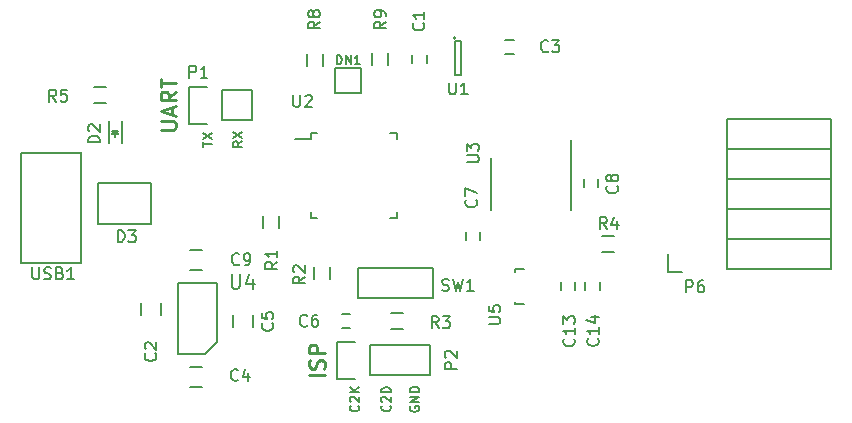
<source format=gto>
G04 #@! TF.FileFunction,Legend,Top*
%FSLAX46Y46*%
G04 Gerber Fmt 4.6, Leading zero omitted, Abs format (unit mm)*
G04 Created by KiCad (PCBNEW 4.0.2-stable) date 7/3/2016 12:03:50 AM*
%MOMM*%
G01*
G04 APERTURE LIST*
%ADD10C,0.100000*%
%ADD11C,0.180000*%
%ADD12C,0.250000*%
%ADD13C,0.150000*%
G04 APERTURE END LIST*
D10*
D11*
X66498905Y-68451333D02*
X66117952Y-68718000D01*
X66498905Y-68908476D02*
X65698905Y-68908476D01*
X65698905Y-68603714D01*
X65737000Y-68527523D01*
X65775095Y-68489428D01*
X65851286Y-68451333D01*
X65965571Y-68451333D01*
X66041762Y-68489428D01*
X66079857Y-68527523D01*
X66117952Y-68603714D01*
X66117952Y-68908476D01*
X65698905Y-68184666D02*
X66498905Y-67651333D01*
X65698905Y-67651333D02*
X66498905Y-68184666D01*
X63158905Y-68927524D02*
X63158905Y-68470381D01*
X63958905Y-68698952D02*
X63158905Y-68698952D01*
X63158905Y-68279904D02*
X63958905Y-67746571D01*
X63158905Y-67746571D02*
X63958905Y-68279904D01*
D12*
X59583095Y-67470809D02*
X60635476Y-67470809D01*
X60759286Y-67408904D01*
X60821190Y-67347000D01*
X60883095Y-67223190D01*
X60883095Y-66975571D01*
X60821190Y-66851762D01*
X60759286Y-66789857D01*
X60635476Y-66727952D01*
X59583095Y-66727952D01*
X60511667Y-66170809D02*
X60511667Y-65551761D01*
X60883095Y-66294618D02*
X59583095Y-65861285D01*
X60883095Y-65427952D01*
X60883095Y-64251761D02*
X60264048Y-64685094D01*
X60883095Y-64994618D02*
X59583095Y-64994618D01*
X59583095Y-64499380D01*
X59645000Y-64375571D01*
X59706905Y-64313666D01*
X59830714Y-64251761D01*
X60016429Y-64251761D01*
X60140238Y-64313666D01*
X60202143Y-64375571D01*
X60264048Y-64499380D01*
X60264048Y-64994618D01*
X59583095Y-63880332D02*
X59583095Y-63137475D01*
X60883095Y-63508904D02*
X59583095Y-63508904D01*
X73456095Y-88256047D02*
X72156095Y-88256047D01*
X73394190Y-87698904D02*
X73456095Y-87513190D01*
X73456095Y-87203666D01*
X73394190Y-87079856D01*
X73332286Y-87017952D01*
X73208476Y-86956047D01*
X73084667Y-86956047D01*
X72960857Y-87017952D01*
X72898952Y-87079856D01*
X72837048Y-87203666D01*
X72775143Y-87451285D01*
X72713238Y-87575094D01*
X72651333Y-87636999D01*
X72527524Y-87698904D01*
X72403714Y-87698904D01*
X72279905Y-87636999D01*
X72218000Y-87575094D01*
X72156095Y-87451285D01*
X72156095Y-87141761D01*
X72218000Y-86956047D01*
X73456095Y-86398904D02*
X72156095Y-86398904D01*
X72156095Y-85903666D01*
X72218000Y-85779857D01*
X72279905Y-85717952D01*
X72403714Y-85656047D01*
X72589429Y-85656047D01*
X72713238Y-85717952D01*
X72775143Y-85779857D01*
X72837048Y-85903666D01*
X72837048Y-86398904D01*
D11*
X80723000Y-90898523D02*
X80684905Y-90974714D01*
X80684905Y-91088999D01*
X80723000Y-91203285D01*
X80799190Y-91279476D01*
X80875381Y-91317571D01*
X81027762Y-91355666D01*
X81142048Y-91355666D01*
X81294429Y-91317571D01*
X81370619Y-91279476D01*
X81446810Y-91203285D01*
X81484905Y-91088999D01*
X81484905Y-91012809D01*
X81446810Y-90898523D01*
X81408714Y-90860428D01*
X81142048Y-90860428D01*
X81142048Y-91012809D01*
X81484905Y-90517571D02*
X80684905Y-90517571D01*
X81484905Y-90060428D01*
X80684905Y-90060428D01*
X81484905Y-89679476D02*
X80684905Y-89679476D01*
X80684905Y-89489000D01*
X80723000Y-89374714D01*
X80799190Y-89298523D01*
X80875381Y-89260428D01*
X81027762Y-89222333D01*
X81142048Y-89222333D01*
X81294429Y-89260428D01*
X81370619Y-89298523D01*
X81446810Y-89374714D01*
X81484905Y-89489000D01*
X81484905Y-89679476D01*
X78995714Y-90822333D02*
X79033810Y-90860428D01*
X79071905Y-90974714D01*
X79071905Y-91050904D01*
X79033810Y-91165190D01*
X78957619Y-91241381D01*
X78881429Y-91279476D01*
X78729048Y-91317571D01*
X78614762Y-91317571D01*
X78462381Y-91279476D01*
X78386190Y-91241381D01*
X78310000Y-91165190D01*
X78271905Y-91050904D01*
X78271905Y-90974714D01*
X78310000Y-90860428D01*
X78348095Y-90822333D01*
X78348095Y-90517571D02*
X78310000Y-90479476D01*
X78271905Y-90403285D01*
X78271905Y-90212809D01*
X78310000Y-90136619D01*
X78348095Y-90098523D01*
X78424286Y-90060428D01*
X78500476Y-90060428D01*
X78614762Y-90098523D01*
X79071905Y-90555666D01*
X79071905Y-90060428D01*
X79071905Y-89717571D02*
X78271905Y-89717571D01*
X78271905Y-89527095D01*
X78310000Y-89412809D01*
X78386190Y-89336618D01*
X78462381Y-89298523D01*
X78614762Y-89260428D01*
X78729048Y-89260428D01*
X78881429Y-89298523D01*
X78957619Y-89336618D01*
X79033810Y-89412809D01*
X79071905Y-89527095D01*
X79071905Y-89717571D01*
X76328714Y-90822333D02*
X76366810Y-90860428D01*
X76404905Y-90974714D01*
X76404905Y-91050904D01*
X76366810Y-91165190D01*
X76290619Y-91241381D01*
X76214429Y-91279476D01*
X76062048Y-91317571D01*
X75947762Y-91317571D01*
X75795381Y-91279476D01*
X75719190Y-91241381D01*
X75643000Y-91165190D01*
X75604905Y-91050904D01*
X75604905Y-90974714D01*
X75643000Y-90860428D01*
X75681095Y-90822333D01*
X75681095Y-90517571D02*
X75643000Y-90479476D01*
X75604905Y-90403285D01*
X75604905Y-90212809D01*
X75643000Y-90136619D01*
X75681095Y-90098523D01*
X75757286Y-90060428D01*
X75833476Y-90060428D01*
X75947762Y-90098523D01*
X76404905Y-90555666D01*
X76404905Y-90060428D01*
X76404905Y-89717571D02*
X75604905Y-89717571D01*
X76404905Y-89260428D02*
X75947762Y-89603285D01*
X75604905Y-89260428D02*
X76062048Y-89717571D01*
D13*
X107515000Y-66570000D02*
X116345000Y-66570000D01*
X107515000Y-69110000D02*
X107515000Y-66570000D01*
X116345000Y-69110000D02*
X116345000Y-66570000D01*
X116345000Y-66570000D02*
X107515000Y-66570000D01*
X116345000Y-69110000D02*
X107515000Y-69110000D01*
X116345000Y-71650000D02*
X116345000Y-69110000D01*
X107515000Y-71650000D02*
X107515000Y-69110000D01*
X107515000Y-69110000D02*
X116345000Y-69110000D01*
X107515000Y-71650000D02*
X116345000Y-71650000D01*
X107515000Y-74190000D02*
X107515000Y-71650000D01*
X116345000Y-74190000D02*
X116345000Y-71650000D01*
X116345000Y-71650000D02*
X107515000Y-71650000D01*
X116345000Y-74190000D02*
X107515000Y-74190000D01*
X116345000Y-76730000D02*
X116345000Y-74190000D01*
X107515000Y-76730000D02*
X107515000Y-74190000D01*
X107515000Y-74190000D02*
X116345000Y-74190000D01*
X107515000Y-76730000D02*
X116345000Y-76730000D01*
X107515000Y-79270000D02*
X107515000Y-76730000D01*
X102555000Y-78000000D02*
X102555000Y-79550000D01*
X102555000Y-79550000D02*
X103705000Y-79550000D01*
X107515000Y-79270000D02*
X116345000Y-79270000D01*
X116345000Y-79270000D02*
X116345000Y-76730000D01*
X116345000Y-76730000D02*
X107515000Y-76730000D01*
X80904000Y-61810000D02*
X80904000Y-61110000D01*
X82104000Y-61110000D02*
X82104000Y-61810000D01*
X57921000Y-82169000D02*
X57921000Y-83169000D01*
X59621000Y-83169000D02*
X59621000Y-82169000D01*
X88774000Y-59844000D02*
X89474000Y-59844000D01*
X89474000Y-61044000D02*
X88774000Y-61044000D01*
X62081000Y-89234000D02*
X63081000Y-89234000D01*
X63081000Y-87534000D02*
X62081000Y-87534000D01*
X65668000Y-83185000D02*
X65668000Y-84185000D01*
X67368000Y-84185000D02*
X67368000Y-83185000D01*
X75631000Y-84285000D02*
X74931000Y-84285000D01*
X74931000Y-83085000D02*
X75631000Y-83085000D01*
X86612500Y-76096000D02*
X86612500Y-76796000D01*
X85412500Y-76796000D02*
X85412500Y-76096000D01*
X95407400Y-72300200D02*
X95407400Y-71600200D01*
X96607400Y-71600200D02*
X96607400Y-72300200D01*
X62081000Y-79328000D02*
X63081000Y-79328000D01*
X63081000Y-77628000D02*
X62081000Y-77628000D01*
X94677000Y-80375900D02*
X94677000Y-81075900D01*
X93477000Y-81075900D02*
X93477000Y-80375900D01*
X96747100Y-80375900D02*
X96747100Y-81075900D01*
X95547100Y-81075900D02*
X95547100Y-80375900D01*
X69606000Y-74803000D02*
X69606000Y-75803000D01*
X68256000Y-75803000D02*
X68256000Y-74803000D01*
X73911300Y-79121000D02*
X73911300Y-80121000D01*
X72561300Y-80121000D02*
X72561300Y-79121000D01*
X97929800Y-77844900D02*
X96929800Y-77844900D01*
X96929800Y-76494900D02*
X97929800Y-76494900D01*
X71939000Y-62087000D02*
X71939000Y-61087000D01*
X73289000Y-61087000D02*
X73289000Y-62087000D01*
X77463500Y-61972700D02*
X77463500Y-60972700D01*
X78813500Y-60972700D02*
X78813500Y-61972700D01*
X84563000Y-59699000D02*
G75*
G03X84563000Y-59699000I-100000J0D01*
G01*
X85013000Y-59949000D02*
X84513000Y-59949000D01*
X85013000Y-62849000D02*
X85013000Y-59949000D01*
X84513000Y-62849000D02*
X85013000Y-62849000D01*
X84513000Y-59949000D02*
X84513000Y-62849000D01*
X72316400Y-67715600D02*
X72316400Y-68240600D01*
X79566400Y-67715600D02*
X79566400Y-68240600D01*
X79566400Y-74965600D02*
X79566400Y-74440600D01*
X72316400Y-74965600D02*
X72316400Y-74440600D01*
X72316400Y-67715600D02*
X72841400Y-67715600D01*
X72316400Y-74965600D02*
X72841400Y-74965600D01*
X79566400Y-74965600D02*
X79041400Y-74965600D01*
X79566400Y-67715600D02*
X79041400Y-67715600D01*
X72316400Y-68240600D02*
X70941400Y-68240600D01*
X87565100Y-69852200D02*
X87565100Y-74302200D01*
X94315100Y-68327200D02*
X94315100Y-74302200D01*
X89616760Y-79464840D02*
X89616760Y-79513100D01*
X90317800Y-82263820D02*
X89616760Y-82263820D01*
X89616760Y-82263820D02*
X89616760Y-82014900D01*
X89616760Y-79464840D02*
X89616760Y-79264180D01*
X89616760Y-79264180D02*
X90317800Y-79264180D01*
X76512900Y-62234700D02*
X76512900Y-64381000D01*
X76512900Y-64381000D02*
X76487500Y-64368300D01*
X74315800Y-62234700D02*
X76525100Y-62234700D01*
X74315800Y-64381000D02*
X74315800Y-62260100D01*
X76487500Y-64381000D02*
X74303100Y-64381000D01*
X61970800Y-66959700D02*
X63520800Y-66959700D01*
X67330800Y-66679700D02*
X64790800Y-66679700D01*
X64790800Y-66679700D02*
X64790800Y-64139700D01*
X63520800Y-63859700D02*
X61970800Y-63859700D01*
X61970800Y-63859700D02*
X61970800Y-66959700D01*
X64790800Y-64139700D02*
X67330800Y-64139700D01*
X67330800Y-64139700D02*
X67330800Y-66679700D01*
X76043000Y-85437000D02*
X74493000Y-85437000D01*
X74493000Y-85437000D02*
X74493000Y-88537000D01*
X74493000Y-88537000D02*
X76043000Y-88537000D01*
X77313000Y-85717000D02*
X82393000Y-85717000D01*
X82393000Y-85717000D02*
X82393000Y-88257000D01*
X82393000Y-88257000D02*
X77313000Y-88257000D01*
X77313000Y-88257000D02*
X77313000Y-85717000D01*
X63353000Y-86431000D02*
X64353000Y-85431000D01*
X64353000Y-85431000D02*
X64353000Y-80431000D01*
X64353000Y-80431000D02*
X61063000Y-80431000D01*
X61063000Y-80431000D02*
X61063000Y-86431000D01*
X61063000Y-86431000D02*
X63353000Y-86431000D01*
X55173000Y-66710000D02*
X55173000Y-68610000D01*
X56273000Y-66710000D02*
X56273000Y-68610000D01*
X55723000Y-67610000D02*
X55723000Y-68060000D01*
X55973000Y-67560000D02*
X55473000Y-67560000D01*
X55723000Y-67560000D02*
X55973000Y-67810000D01*
X55973000Y-67810000D02*
X55473000Y-67810000D01*
X55473000Y-67810000D02*
X55723000Y-67560000D01*
X53953000Y-63833000D02*
X54953000Y-63833000D01*
X54953000Y-65183000D02*
X53953000Y-65183000D01*
X76258900Y-79214600D02*
X76258900Y-81754600D01*
X82608900Y-81627600D02*
X82608900Y-81754600D01*
X82608900Y-81754600D02*
X80957900Y-81754600D01*
X80957900Y-81754600D02*
X76258900Y-81754600D01*
X76258900Y-79214600D02*
X81592900Y-79214600D01*
X81592900Y-79214600D02*
X82608900Y-79214600D01*
X82608900Y-79214600D02*
X82608900Y-81500600D01*
X82608900Y-81500600D02*
X82608900Y-81627600D01*
X79099000Y-83010000D02*
X80099000Y-83010000D01*
X80099000Y-84360000D02*
X79099000Y-84360000D01*
X52815400Y-69391200D02*
X52815400Y-78700300D01*
X52396300Y-69403900D02*
X52790000Y-69403900D01*
X52828100Y-78725700D02*
X47773500Y-78725700D01*
X47773500Y-78725700D02*
X47773500Y-69480100D01*
X47798900Y-69403900D02*
X52497900Y-69403900D01*
X54315000Y-71950200D02*
X54315000Y-75442700D01*
X54365800Y-75468100D02*
X58798100Y-75468100D01*
X58798100Y-71975600D02*
X58798100Y-75468100D01*
X54315000Y-71962900D02*
X58747300Y-71962900D01*
X104085865Y-81232701D02*
X104085865Y-80232701D01*
X104466818Y-80232701D01*
X104562056Y-80280320D01*
X104609675Y-80327939D01*
X104657294Y-80423177D01*
X104657294Y-80566034D01*
X104609675Y-80661272D01*
X104562056Y-80708891D01*
X104466818Y-80756510D01*
X104085865Y-80756510D01*
X105514437Y-80232701D02*
X105323960Y-80232701D01*
X105228722Y-80280320D01*
X105181103Y-80327939D01*
X105085865Y-80470796D01*
X105038246Y-80661272D01*
X105038246Y-81042225D01*
X105085865Y-81137463D01*
X105133484Y-81185082D01*
X105228722Y-81232701D01*
X105419199Y-81232701D01*
X105514437Y-81185082D01*
X105562056Y-81137463D01*
X105609675Y-81042225D01*
X105609675Y-80804130D01*
X105562056Y-80708891D01*
X105514437Y-80661272D01*
X105419199Y-80613653D01*
X105228722Y-80613653D01*
X105133484Y-80661272D01*
X105085865Y-80708891D01*
X105038246Y-80804130D01*
X81823043Y-58436466D02*
X81870662Y-58484085D01*
X81918281Y-58626942D01*
X81918281Y-58722180D01*
X81870662Y-58865038D01*
X81775424Y-58960276D01*
X81680186Y-59007895D01*
X81489710Y-59055514D01*
X81346852Y-59055514D01*
X81156376Y-59007895D01*
X81061138Y-58960276D01*
X80965900Y-58865038D01*
X80918281Y-58722180D01*
X80918281Y-58626942D01*
X80965900Y-58484085D01*
X81013519Y-58436466D01*
X81918281Y-57484085D02*
X81918281Y-58055514D01*
X81918281Y-57769800D02*
X80918281Y-57769800D01*
X81061138Y-57865038D01*
X81156376Y-57960276D01*
X81203995Y-58055514D01*
X59128143Y-86411666D02*
X59175762Y-86459285D01*
X59223381Y-86602142D01*
X59223381Y-86697380D01*
X59175762Y-86840238D01*
X59080524Y-86935476D01*
X58985286Y-86983095D01*
X58794810Y-87030714D01*
X58651952Y-87030714D01*
X58461476Y-86983095D01*
X58366238Y-86935476D01*
X58271000Y-86840238D01*
X58223381Y-86697380D01*
X58223381Y-86602142D01*
X58271000Y-86459285D01*
X58318619Y-86411666D01*
X58318619Y-86030714D02*
X58271000Y-85983095D01*
X58223381Y-85887857D01*
X58223381Y-85649761D01*
X58271000Y-85554523D01*
X58318619Y-85506904D01*
X58413857Y-85459285D01*
X58509095Y-85459285D01*
X58651952Y-85506904D01*
X59223381Y-86078333D01*
X59223381Y-85459285D01*
X92386334Y-60801143D02*
X92338715Y-60848762D01*
X92195858Y-60896381D01*
X92100620Y-60896381D01*
X91957762Y-60848762D01*
X91862524Y-60753524D01*
X91814905Y-60658286D01*
X91767286Y-60467810D01*
X91767286Y-60324952D01*
X91814905Y-60134476D01*
X91862524Y-60039238D01*
X91957762Y-59944000D01*
X92100620Y-59896381D01*
X92195858Y-59896381D01*
X92338715Y-59944000D01*
X92386334Y-59991619D01*
X92719667Y-59896381D02*
X93338715Y-59896381D01*
X93005381Y-60277333D01*
X93148239Y-60277333D01*
X93243477Y-60324952D01*
X93291096Y-60372571D01*
X93338715Y-60467810D01*
X93338715Y-60705905D01*
X93291096Y-60801143D01*
X93243477Y-60848762D01*
X93148239Y-60896381D01*
X92862524Y-60896381D01*
X92767286Y-60848762D01*
X92719667Y-60801143D01*
X66135434Y-88639543D02*
X66087815Y-88687162D01*
X65944958Y-88734781D01*
X65849720Y-88734781D01*
X65706862Y-88687162D01*
X65611624Y-88591924D01*
X65564005Y-88496686D01*
X65516386Y-88306210D01*
X65516386Y-88163352D01*
X65564005Y-87972876D01*
X65611624Y-87877638D01*
X65706862Y-87782400D01*
X65849720Y-87734781D01*
X65944958Y-87734781D01*
X66087815Y-87782400D01*
X66135434Y-87830019D01*
X66992577Y-88068114D02*
X66992577Y-88734781D01*
X66754481Y-87687162D02*
X66516386Y-88401448D01*
X67135434Y-88401448D01*
X69034143Y-83851666D02*
X69081762Y-83899285D01*
X69129381Y-84042142D01*
X69129381Y-84137380D01*
X69081762Y-84280238D01*
X68986524Y-84375476D01*
X68891286Y-84423095D01*
X68700810Y-84470714D01*
X68557952Y-84470714D01*
X68367476Y-84423095D01*
X68272238Y-84375476D01*
X68177000Y-84280238D01*
X68129381Y-84137380D01*
X68129381Y-84042142D01*
X68177000Y-83899285D01*
X68224619Y-83851666D01*
X68129381Y-82946904D02*
X68129381Y-83423095D01*
X68605571Y-83470714D01*
X68557952Y-83423095D01*
X68510333Y-83327857D01*
X68510333Y-83089761D01*
X68557952Y-82994523D01*
X68605571Y-82946904D01*
X68700810Y-82899285D01*
X68938905Y-82899285D01*
X69034143Y-82946904D01*
X69081762Y-82994523D01*
X69129381Y-83089761D01*
X69129381Y-83327857D01*
X69081762Y-83423095D01*
X69034143Y-83470714D01*
X71990134Y-84042143D02*
X71942515Y-84089762D01*
X71799658Y-84137381D01*
X71704420Y-84137381D01*
X71561562Y-84089762D01*
X71466324Y-83994524D01*
X71418705Y-83899286D01*
X71371086Y-83708810D01*
X71371086Y-83565952D01*
X71418705Y-83375476D01*
X71466324Y-83280238D01*
X71561562Y-83185000D01*
X71704420Y-83137381D01*
X71799658Y-83137381D01*
X71942515Y-83185000D01*
X71990134Y-83232619D01*
X72847277Y-83137381D02*
X72656800Y-83137381D01*
X72561562Y-83185000D01*
X72513943Y-83232619D01*
X72418705Y-83375476D01*
X72371086Y-83565952D01*
X72371086Y-83946905D01*
X72418705Y-84042143D01*
X72466324Y-84089762D01*
X72561562Y-84137381D01*
X72752039Y-84137381D01*
X72847277Y-84089762D01*
X72894896Y-84042143D01*
X72942515Y-83946905D01*
X72942515Y-83708810D01*
X72894896Y-83613571D01*
X72847277Y-83565952D01*
X72752039Y-83518333D01*
X72561562Y-83518333D01*
X72466324Y-83565952D01*
X72418705Y-83613571D01*
X72371086Y-83708810D01*
X86280743Y-73412266D02*
X86328362Y-73459885D01*
X86375981Y-73602742D01*
X86375981Y-73697980D01*
X86328362Y-73840838D01*
X86233124Y-73936076D01*
X86137886Y-73983695D01*
X85947410Y-74031314D01*
X85804552Y-74031314D01*
X85614076Y-73983695D01*
X85518838Y-73936076D01*
X85423600Y-73840838D01*
X85375981Y-73697980D01*
X85375981Y-73602742D01*
X85423600Y-73459885D01*
X85471219Y-73412266D01*
X85375981Y-73078933D02*
X85375981Y-72412266D01*
X86375981Y-72840838D01*
X98218743Y-72218466D02*
X98266362Y-72266085D01*
X98313981Y-72408942D01*
X98313981Y-72504180D01*
X98266362Y-72647038D01*
X98171124Y-72742276D01*
X98075886Y-72789895D01*
X97885410Y-72837514D01*
X97742552Y-72837514D01*
X97552076Y-72789895D01*
X97456838Y-72742276D01*
X97361600Y-72647038D01*
X97313981Y-72504180D01*
X97313981Y-72408942D01*
X97361600Y-72266085D01*
X97409219Y-72218466D01*
X97742552Y-71647038D02*
X97694933Y-71742276D01*
X97647314Y-71789895D01*
X97552076Y-71837514D01*
X97504457Y-71837514D01*
X97409219Y-71789895D01*
X97361600Y-71742276D01*
X97313981Y-71647038D01*
X97313981Y-71456561D01*
X97361600Y-71361323D01*
X97409219Y-71313704D01*
X97504457Y-71266085D01*
X97552076Y-71266085D01*
X97647314Y-71313704D01*
X97694933Y-71361323D01*
X97742552Y-71456561D01*
X97742552Y-71647038D01*
X97790171Y-71742276D01*
X97837790Y-71789895D01*
X97933029Y-71837514D01*
X98123505Y-71837514D01*
X98218743Y-71789895D01*
X98266362Y-71742276D01*
X98313981Y-71647038D01*
X98313981Y-71456561D01*
X98266362Y-71361323D01*
X98218743Y-71313704D01*
X98123505Y-71266085D01*
X97933029Y-71266085D01*
X97837790Y-71313704D01*
X97790171Y-71361323D01*
X97742552Y-71456561D01*
X66224334Y-78835143D02*
X66176715Y-78882762D01*
X66033858Y-78930381D01*
X65938620Y-78930381D01*
X65795762Y-78882762D01*
X65700524Y-78787524D01*
X65652905Y-78692286D01*
X65605286Y-78501810D01*
X65605286Y-78358952D01*
X65652905Y-78168476D01*
X65700524Y-78073238D01*
X65795762Y-77978000D01*
X65938620Y-77930381D01*
X66033858Y-77930381D01*
X66176715Y-77978000D01*
X66224334Y-78025619D01*
X66700524Y-78930381D02*
X66891000Y-78930381D01*
X66986239Y-78882762D01*
X67033858Y-78835143D01*
X67129096Y-78692286D01*
X67176715Y-78501810D01*
X67176715Y-78120857D01*
X67129096Y-78025619D01*
X67081477Y-77978000D01*
X66986239Y-77930381D01*
X66795762Y-77930381D01*
X66700524Y-77978000D01*
X66652905Y-78025619D01*
X66605286Y-78120857D01*
X66605286Y-78358952D01*
X66652905Y-78454190D01*
X66700524Y-78501810D01*
X66795762Y-78549429D01*
X66986239Y-78549429D01*
X67081477Y-78501810D01*
X67129096Y-78454190D01*
X67176715Y-78358952D01*
X94548443Y-85178757D02*
X94596062Y-85226376D01*
X94643681Y-85369233D01*
X94643681Y-85464471D01*
X94596062Y-85607329D01*
X94500824Y-85702567D01*
X94405586Y-85750186D01*
X94215110Y-85797805D01*
X94072252Y-85797805D01*
X93881776Y-85750186D01*
X93786538Y-85702567D01*
X93691300Y-85607329D01*
X93643681Y-85464471D01*
X93643681Y-85369233D01*
X93691300Y-85226376D01*
X93738919Y-85178757D01*
X94643681Y-84226376D02*
X94643681Y-84797805D01*
X94643681Y-84512091D02*
X93643681Y-84512091D01*
X93786538Y-84607329D01*
X93881776Y-84702567D01*
X93929395Y-84797805D01*
X93643681Y-83893043D02*
X93643681Y-83273995D01*
X94024633Y-83607329D01*
X94024633Y-83464471D01*
X94072252Y-83369233D01*
X94119871Y-83321614D01*
X94215110Y-83273995D01*
X94453205Y-83273995D01*
X94548443Y-83321614D01*
X94596062Y-83369233D01*
X94643681Y-83464471D01*
X94643681Y-83750186D01*
X94596062Y-83845424D01*
X94548443Y-83893043D01*
X96580443Y-85140657D02*
X96628062Y-85188276D01*
X96675681Y-85331133D01*
X96675681Y-85426371D01*
X96628062Y-85569229D01*
X96532824Y-85664467D01*
X96437586Y-85712086D01*
X96247110Y-85759705D01*
X96104252Y-85759705D01*
X95913776Y-85712086D01*
X95818538Y-85664467D01*
X95723300Y-85569229D01*
X95675681Y-85426371D01*
X95675681Y-85331133D01*
X95723300Y-85188276D01*
X95770919Y-85140657D01*
X96675681Y-84188276D02*
X96675681Y-84759705D01*
X96675681Y-84473991D02*
X95675681Y-84473991D01*
X95818538Y-84569229D01*
X95913776Y-84664467D01*
X95961395Y-84759705D01*
X96009014Y-83331133D02*
X96675681Y-83331133D01*
X95628062Y-83569229D02*
X96342348Y-83807324D01*
X96342348Y-83188276D01*
X69446881Y-78657366D02*
X68970690Y-78990700D01*
X69446881Y-79228795D02*
X68446881Y-79228795D01*
X68446881Y-78847842D01*
X68494500Y-78752604D01*
X68542119Y-78704985D01*
X68637357Y-78657366D01*
X68780214Y-78657366D01*
X68875452Y-78704985D01*
X68923071Y-78752604D01*
X68970690Y-78847842D01*
X68970690Y-79228795D01*
X69446881Y-77704985D02*
X69446881Y-78276414D01*
X69446881Y-77990700D02*
X68446881Y-77990700D01*
X68589738Y-78085938D01*
X68684976Y-78181176D01*
X68732595Y-78276414D01*
X71796381Y-79914666D02*
X71320190Y-80248000D01*
X71796381Y-80486095D02*
X70796381Y-80486095D01*
X70796381Y-80105142D01*
X70844000Y-80009904D01*
X70891619Y-79962285D01*
X70986857Y-79914666D01*
X71129714Y-79914666D01*
X71224952Y-79962285D01*
X71272571Y-80009904D01*
X71320190Y-80105142D01*
X71320190Y-80486095D01*
X70891619Y-79533714D02*
X70844000Y-79486095D01*
X70796381Y-79390857D01*
X70796381Y-79152761D01*
X70844000Y-79057523D01*
X70891619Y-79009904D01*
X70986857Y-78962285D01*
X71082095Y-78962285D01*
X71224952Y-79009904D01*
X71796381Y-79581333D01*
X71796381Y-78962285D01*
X97364734Y-75882381D02*
X97031400Y-75406190D01*
X96793305Y-75882381D02*
X96793305Y-74882381D01*
X97174258Y-74882381D01*
X97269496Y-74930000D01*
X97317115Y-74977619D01*
X97364734Y-75072857D01*
X97364734Y-75215714D01*
X97317115Y-75310952D01*
X97269496Y-75358571D01*
X97174258Y-75406190D01*
X96793305Y-75406190D01*
X98221877Y-75215714D02*
X98221877Y-75882381D01*
X97983781Y-74834762D02*
X97745686Y-75549048D01*
X98364734Y-75549048D01*
X73066381Y-58324666D02*
X72590190Y-58658000D01*
X73066381Y-58896095D02*
X72066381Y-58896095D01*
X72066381Y-58515142D01*
X72114000Y-58419904D01*
X72161619Y-58372285D01*
X72256857Y-58324666D01*
X72399714Y-58324666D01*
X72494952Y-58372285D01*
X72542571Y-58419904D01*
X72590190Y-58515142D01*
X72590190Y-58896095D01*
X72494952Y-57753238D02*
X72447333Y-57848476D01*
X72399714Y-57896095D01*
X72304476Y-57943714D01*
X72256857Y-57943714D01*
X72161619Y-57896095D01*
X72114000Y-57848476D01*
X72066381Y-57753238D01*
X72066381Y-57562761D01*
X72114000Y-57467523D01*
X72161619Y-57419904D01*
X72256857Y-57372285D01*
X72304476Y-57372285D01*
X72399714Y-57419904D01*
X72447333Y-57467523D01*
X72494952Y-57562761D01*
X72494952Y-57753238D01*
X72542571Y-57848476D01*
X72590190Y-57896095D01*
X72685429Y-57943714D01*
X72875905Y-57943714D01*
X72971143Y-57896095D01*
X73018762Y-57848476D01*
X73066381Y-57753238D01*
X73066381Y-57562761D01*
X73018762Y-57467523D01*
X72971143Y-57419904D01*
X72875905Y-57372285D01*
X72685429Y-57372285D01*
X72590190Y-57419904D01*
X72542571Y-57467523D01*
X72494952Y-57562761D01*
X78654381Y-58324666D02*
X78178190Y-58658000D01*
X78654381Y-58896095D02*
X77654381Y-58896095D01*
X77654381Y-58515142D01*
X77702000Y-58419904D01*
X77749619Y-58372285D01*
X77844857Y-58324666D01*
X77987714Y-58324666D01*
X78082952Y-58372285D01*
X78130571Y-58419904D01*
X78178190Y-58515142D01*
X78178190Y-58896095D01*
X78654381Y-57848476D02*
X78654381Y-57658000D01*
X78606762Y-57562761D01*
X78559143Y-57515142D01*
X78416286Y-57419904D01*
X78225810Y-57372285D01*
X77844857Y-57372285D01*
X77749619Y-57419904D01*
X77702000Y-57467523D01*
X77654381Y-57562761D01*
X77654381Y-57753238D01*
X77702000Y-57848476D01*
X77749619Y-57896095D01*
X77844857Y-57943714D01*
X78082952Y-57943714D01*
X78178190Y-57896095D01*
X78225810Y-57848476D01*
X78273429Y-57753238D01*
X78273429Y-57562761D01*
X78225810Y-57467523D01*
X78178190Y-57419904D01*
X78082952Y-57372285D01*
X84005995Y-63477781D02*
X84005995Y-64287305D01*
X84053614Y-64382543D01*
X84101233Y-64430162D01*
X84196471Y-64477781D01*
X84386948Y-64477781D01*
X84482186Y-64430162D01*
X84529805Y-64382543D01*
X84577424Y-64287305D01*
X84577424Y-63477781D01*
X85577424Y-64477781D02*
X85005995Y-64477781D01*
X85291709Y-64477781D02*
X85291709Y-63477781D01*
X85196471Y-63620638D01*
X85101233Y-63715876D01*
X85005995Y-63763495D01*
X70810695Y-64544581D02*
X70810695Y-65354105D01*
X70858314Y-65449343D01*
X70905933Y-65496962D01*
X71001171Y-65544581D01*
X71191648Y-65544581D01*
X71286886Y-65496962D01*
X71334505Y-65449343D01*
X71382124Y-65354105D01*
X71382124Y-64544581D01*
X71810695Y-64639819D02*
X71858314Y-64592200D01*
X71953552Y-64544581D01*
X72191648Y-64544581D01*
X72286886Y-64592200D01*
X72334505Y-64639819D01*
X72382124Y-64735057D01*
X72382124Y-64830295D01*
X72334505Y-64973152D01*
X71763076Y-65544581D01*
X72382124Y-65544581D01*
X85515681Y-70222905D02*
X86325205Y-70222905D01*
X86420443Y-70175286D01*
X86468062Y-70127667D01*
X86515681Y-70032429D01*
X86515681Y-69841952D01*
X86468062Y-69746714D01*
X86420443Y-69699095D01*
X86325205Y-69651476D01*
X85515681Y-69651476D01*
X85515681Y-69270524D02*
X85515681Y-68651476D01*
X85896633Y-68984810D01*
X85896633Y-68841952D01*
X85944252Y-68746714D01*
X85991871Y-68699095D01*
X86087110Y-68651476D01*
X86325205Y-68651476D01*
X86420443Y-68699095D01*
X86468062Y-68746714D01*
X86515681Y-68841952D01*
X86515681Y-69127667D01*
X86468062Y-69222905D01*
X86420443Y-69270524D01*
X87341061Y-83902785D02*
X88150585Y-83902785D01*
X88245823Y-83855166D01*
X88293442Y-83807547D01*
X88341061Y-83712309D01*
X88341061Y-83521832D01*
X88293442Y-83426594D01*
X88245823Y-83378975D01*
X88150585Y-83331356D01*
X87341061Y-83331356D01*
X87341061Y-82378975D02*
X87341061Y-82855166D01*
X87817251Y-82902785D01*
X87769632Y-82855166D01*
X87722013Y-82759928D01*
X87722013Y-82521832D01*
X87769632Y-82426594D01*
X87817251Y-82378975D01*
X87912490Y-82331356D01*
X88150585Y-82331356D01*
X88245823Y-82378975D01*
X88293442Y-82426594D01*
X88341061Y-82521832D01*
X88341061Y-82759928D01*
X88293442Y-82855166D01*
X88245823Y-82902785D01*
X74499671Y-61926286D02*
X74499671Y-61176286D01*
X74678243Y-61176286D01*
X74785386Y-61212000D01*
X74856814Y-61283429D01*
X74892529Y-61354857D01*
X74928243Y-61497714D01*
X74928243Y-61604857D01*
X74892529Y-61747714D01*
X74856814Y-61819143D01*
X74785386Y-61890571D01*
X74678243Y-61926286D01*
X74499671Y-61926286D01*
X75249671Y-61926286D02*
X75249671Y-61176286D01*
X75678243Y-61926286D01*
X75678243Y-61176286D01*
X76428243Y-61926286D02*
X75999671Y-61926286D01*
X76213957Y-61926286D02*
X76213957Y-61176286D01*
X76142528Y-61283429D01*
X76071100Y-61354857D01*
X75999671Y-61390571D01*
X62020705Y-63068081D02*
X62020705Y-62068081D01*
X62401658Y-62068081D01*
X62496896Y-62115700D01*
X62544515Y-62163319D01*
X62592134Y-62258557D01*
X62592134Y-62401414D01*
X62544515Y-62496652D01*
X62496896Y-62544271D01*
X62401658Y-62591890D01*
X62020705Y-62591890D01*
X63544515Y-63068081D02*
X62973086Y-63068081D01*
X63258800Y-63068081D02*
X63258800Y-62068081D01*
X63163562Y-62210938D01*
X63068324Y-62306176D01*
X62973086Y-62353795D01*
X84648781Y-87712395D02*
X83648781Y-87712395D01*
X83648781Y-87331442D01*
X83696400Y-87236204D01*
X83744019Y-87188585D01*
X83839257Y-87140966D01*
X83982114Y-87140966D01*
X84077352Y-87188585D01*
X84124971Y-87236204D01*
X84172590Y-87331442D01*
X84172590Y-87712395D01*
X83744019Y-86760014D02*
X83696400Y-86712395D01*
X83648781Y-86617157D01*
X83648781Y-86379061D01*
X83696400Y-86283823D01*
X83744019Y-86236204D01*
X83839257Y-86188585D01*
X83934495Y-86188585D01*
X84077352Y-86236204D01*
X84648781Y-86807633D01*
X84648781Y-86188585D01*
X65603714Y-79725857D02*
X65603714Y-80697286D01*
X65660857Y-80811571D01*
X65718000Y-80868714D01*
X65832286Y-80925857D01*
X66060857Y-80925857D01*
X66175143Y-80868714D01*
X66232286Y-80811571D01*
X66289429Y-80697286D01*
X66289429Y-79725857D01*
X67375143Y-80125857D02*
X67375143Y-80925857D01*
X67089429Y-79668714D02*
X66803714Y-80525857D01*
X67546572Y-80525857D01*
X54448181Y-68548095D02*
X53448181Y-68548095D01*
X53448181Y-68310000D01*
X53495800Y-68167142D01*
X53591038Y-68071904D01*
X53686276Y-68024285D01*
X53876752Y-67976666D01*
X54019610Y-67976666D01*
X54210086Y-68024285D01*
X54305324Y-68071904D01*
X54400562Y-68167142D01*
X54448181Y-68310000D01*
X54448181Y-68548095D01*
X53543419Y-67595714D02*
X53495800Y-67548095D01*
X53448181Y-67452857D01*
X53448181Y-67214761D01*
X53495800Y-67119523D01*
X53543419Y-67071904D01*
X53638657Y-67024285D01*
X53733895Y-67024285D01*
X53876752Y-67071904D01*
X54448181Y-67643333D01*
X54448181Y-67024285D01*
X50730334Y-65087381D02*
X50397000Y-64611190D01*
X50158905Y-65087381D02*
X50158905Y-64087381D01*
X50539858Y-64087381D01*
X50635096Y-64135000D01*
X50682715Y-64182619D01*
X50730334Y-64277857D01*
X50730334Y-64420714D01*
X50682715Y-64515952D01*
X50635096Y-64563571D01*
X50539858Y-64611190D01*
X50158905Y-64611190D01*
X51635096Y-64087381D02*
X51158905Y-64087381D01*
X51111286Y-64563571D01*
X51158905Y-64515952D01*
X51254143Y-64468333D01*
X51492239Y-64468333D01*
X51587477Y-64515952D01*
X51635096Y-64563571D01*
X51682715Y-64658810D01*
X51682715Y-64896905D01*
X51635096Y-64992143D01*
X51587477Y-65039762D01*
X51492239Y-65087381D01*
X51254143Y-65087381D01*
X51158905Y-65039762D01*
X51111286Y-64992143D01*
X83409167Y-81067162D02*
X83552024Y-81114781D01*
X83790120Y-81114781D01*
X83885358Y-81067162D01*
X83932977Y-81019543D01*
X83980596Y-80924305D01*
X83980596Y-80829067D01*
X83932977Y-80733829D01*
X83885358Y-80686210D01*
X83790120Y-80638590D01*
X83599643Y-80590971D01*
X83504405Y-80543352D01*
X83456786Y-80495733D01*
X83409167Y-80400495D01*
X83409167Y-80305257D01*
X83456786Y-80210019D01*
X83504405Y-80162400D01*
X83599643Y-80114781D01*
X83837739Y-80114781D01*
X83980596Y-80162400D01*
X84313929Y-80114781D02*
X84552024Y-81114781D01*
X84742501Y-80400495D01*
X84932977Y-81114781D01*
X85171072Y-80114781D01*
X86075834Y-81114781D02*
X85504405Y-81114781D01*
X85790119Y-81114781D02*
X85790119Y-80114781D01*
X85694881Y-80257638D01*
X85599643Y-80352876D01*
X85504405Y-80400495D01*
X83115334Y-84264381D02*
X82782000Y-83788190D01*
X82543905Y-84264381D02*
X82543905Y-83264381D01*
X82924858Y-83264381D01*
X83020096Y-83312000D01*
X83067715Y-83359619D01*
X83115334Y-83454857D01*
X83115334Y-83597714D01*
X83067715Y-83692952D01*
X83020096Y-83740571D01*
X82924858Y-83788190D01*
X82543905Y-83788190D01*
X83448667Y-83264381D02*
X84067715Y-83264381D01*
X83734381Y-83645333D01*
X83877239Y-83645333D01*
X83972477Y-83692952D01*
X84020096Y-83740571D01*
X84067715Y-83835810D01*
X84067715Y-84073905D01*
X84020096Y-84169143D01*
X83972477Y-84216762D01*
X83877239Y-84264381D01*
X83591524Y-84264381D01*
X83496286Y-84216762D01*
X83448667Y-84169143D01*
X48727805Y-79130581D02*
X48727805Y-79940105D01*
X48775424Y-80035343D01*
X48823043Y-80082962D01*
X48918281Y-80130581D01*
X49108758Y-80130581D01*
X49203996Y-80082962D01*
X49251615Y-80035343D01*
X49299234Y-79940105D01*
X49299234Y-79130581D01*
X49727805Y-80082962D02*
X49870662Y-80130581D01*
X50108758Y-80130581D01*
X50203996Y-80082962D01*
X50251615Y-80035343D01*
X50299234Y-79940105D01*
X50299234Y-79844867D01*
X50251615Y-79749629D01*
X50203996Y-79702010D01*
X50108758Y-79654390D01*
X49918281Y-79606771D01*
X49823043Y-79559152D01*
X49775424Y-79511533D01*
X49727805Y-79416295D01*
X49727805Y-79321057D01*
X49775424Y-79225819D01*
X49823043Y-79178200D01*
X49918281Y-79130581D01*
X50156377Y-79130581D01*
X50299234Y-79178200D01*
X51061139Y-79606771D02*
X51203996Y-79654390D01*
X51251615Y-79702010D01*
X51299234Y-79797248D01*
X51299234Y-79940105D01*
X51251615Y-80035343D01*
X51203996Y-80082962D01*
X51108758Y-80130581D01*
X50727805Y-80130581D01*
X50727805Y-79130581D01*
X51061139Y-79130581D01*
X51156377Y-79178200D01*
X51203996Y-79225819D01*
X51251615Y-79321057D01*
X51251615Y-79416295D01*
X51203996Y-79511533D01*
X51156377Y-79559152D01*
X51061139Y-79606771D01*
X50727805Y-79606771D01*
X52251615Y-80130581D02*
X51680186Y-80130581D01*
X51965900Y-80130581D02*
X51965900Y-79130581D01*
X51870662Y-79273438D01*
X51775424Y-79368676D01*
X51680186Y-79416295D01*
X55951805Y-76987281D02*
X55951805Y-75987281D01*
X56189900Y-75987281D01*
X56332758Y-76034900D01*
X56427996Y-76130138D01*
X56475615Y-76225376D01*
X56523234Y-76415852D01*
X56523234Y-76558710D01*
X56475615Y-76749186D01*
X56427996Y-76844424D01*
X56332758Y-76939662D01*
X56189900Y-76987281D01*
X55951805Y-76987281D01*
X56856567Y-75987281D02*
X57475615Y-75987281D01*
X57142281Y-76368233D01*
X57285139Y-76368233D01*
X57380377Y-76415852D01*
X57427996Y-76463471D01*
X57475615Y-76558710D01*
X57475615Y-76796805D01*
X57427996Y-76892043D01*
X57380377Y-76939662D01*
X57285139Y-76987281D01*
X56999424Y-76987281D01*
X56904186Y-76939662D01*
X56856567Y-76892043D01*
M02*

</source>
